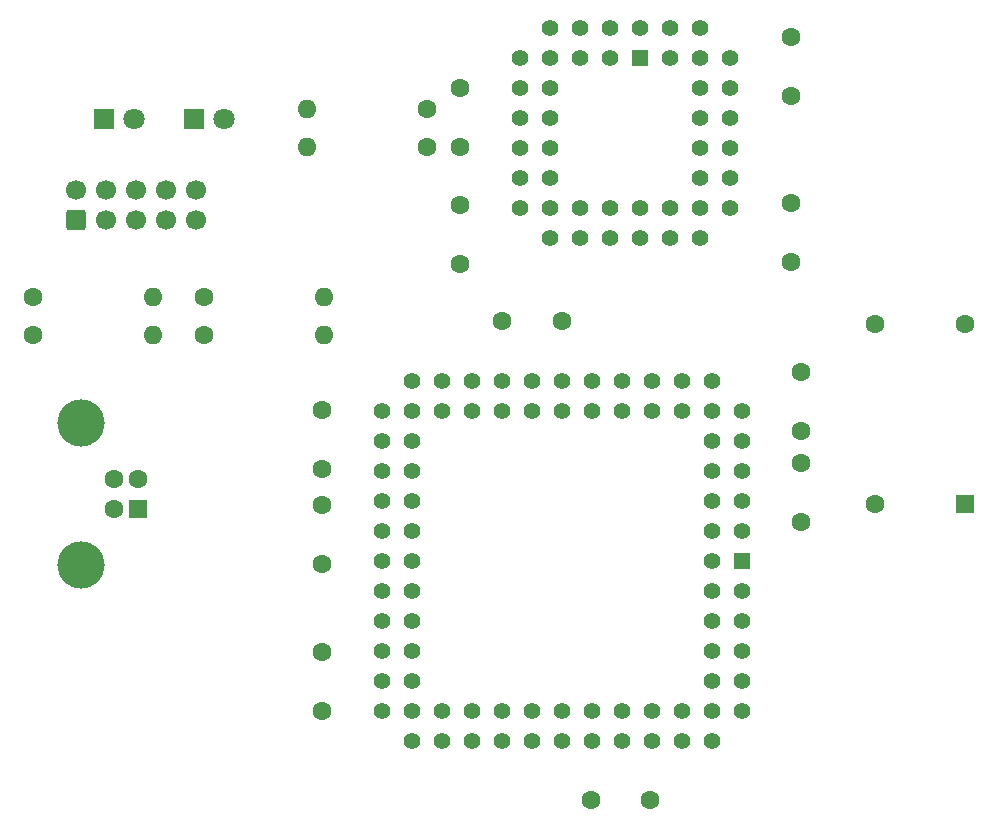
<source format=gbr>
%TF.GenerationSoftware,KiCad,Pcbnew,7.0.5*%
%TF.CreationDate,2024-01-01T15:58:53-07:00*%
%TF.ProjectId,max7000s84 programmer,6d617837-3030-4307-9338-342070726f67,rev?*%
%TF.SameCoordinates,Original*%
%TF.FileFunction,Soldermask,Bot*%
%TF.FilePolarity,Negative*%
%FSLAX46Y46*%
G04 Gerber Fmt 4.6, Leading zero omitted, Abs format (unit mm)*
G04 Created by KiCad (PCBNEW 7.0.5) date 2024-01-01 15:58:53*
%MOMM*%
%LPD*%
G01*
G04 APERTURE LIST*
G04 Aperture macros list*
%AMRoundRect*
0 Rectangle with rounded corners*
0 $1 Rounding radius*
0 $2 $3 $4 $5 $6 $7 $8 $9 X,Y pos of 4 corners*
0 Add a 4 corners polygon primitive as box body*
4,1,4,$2,$3,$4,$5,$6,$7,$8,$9,$2,$3,0*
0 Add four circle primitives for the rounded corners*
1,1,$1+$1,$2,$3*
1,1,$1+$1,$4,$5*
1,1,$1+$1,$6,$7*
1,1,$1+$1,$8,$9*
0 Add four rect primitives between the rounded corners*
20,1,$1+$1,$2,$3,$4,$5,0*
20,1,$1+$1,$4,$5,$6,$7,0*
20,1,$1+$1,$6,$7,$8,$9,0*
20,1,$1+$1,$8,$9,$2,$3,0*%
G04 Aperture macros list end*
%ADD10O,1.600000X1.600000*%
%ADD11C,1.600000*%
%ADD12RoundRect,0.250000X0.600000X-0.600000X0.600000X0.600000X-0.600000X0.600000X-0.600000X-0.600000X0*%
%ADD13C,1.700000*%
%ADD14R,1.600000X1.600000*%
%ADD15C,4.000000*%
%ADD16R,1.422400X1.422400*%
%ADD17C,1.422400*%
%ADD18R,1.800000X1.800000*%
%ADD19C,1.800000*%
G04 APERTURE END LIST*
D10*
%TO.C,R4*%
X95330000Y-78500000D03*
D11*
X85170000Y-78500000D03*
%TD*%
%TO.C,R2*%
X70670000Y-78500000D03*
D10*
X80830000Y-78500000D03*
%TD*%
D11*
%TO.C,R3*%
X85170000Y-75250000D03*
D10*
X95330000Y-75250000D03*
%TD*%
D11*
%TO.C,R1*%
X70670000Y-75250000D03*
D10*
X80830000Y-75250000D03*
%TD*%
D12*
%TO.C,J1*%
X74250000Y-68750000D03*
D13*
X74250000Y-66210000D03*
X76790000Y-68750000D03*
X76790000Y-66210000D03*
X79330000Y-68750000D03*
X79330000Y-66210000D03*
X81870000Y-68750000D03*
X81870000Y-66210000D03*
X84410000Y-68750000D03*
X84410000Y-66210000D03*
%TD*%
D11*
%TO.C,C7*%
X117900000Y-117860000D03*
X122900000Y-117860000D03*
%TD*%
D14*
%TO.C,J2*%
X79537500Y-93200000D03*
D11*
X79537500Y-90700000D03*
X77537500Y-90700000D03*
X77537500Y-93200000D03*
D15*
X74677500Y-97950000D03*
X74677500Y-85950000D03*
%TD*%
D11*
%TO.C,C6*%
X95150000Y-110360000D03*
X95150000Y-105360000D03*
%TD*%
%TO.C,R6*%
X104000000Y-59400000D03*
D10*
X93840000Y-59400000D03*
%TD*%
D11*
%TO.C,R5*%
X104000000Y-62600000D03*
D10*
X93840000Y-62600000D03*
%TD*%
D16*
%TO.C,U2*%
X122070000Y-55050000D03*
D17*
X119530000Y-52510000D03*
X119530000Y-55050000D03*
X116990000Y-52510000D03*
X116990000Y-55050000D03*
X114450000Y-52510000D03*
X111910000Y-55050000D03*
X114450000Y-55050000D03*
X111910000Y-57590000D03*
X114450000Y-57590000D03*
X111910000Y-60130000D03*
X114450000Y-60130000D03*
X111910000Y-62670000D03*
X114450000Y-62670000D03*
X111910000Y-65210000D03*
X114450000Y-65210000D03*
X111910000Y-67750000D03*
X114450000Y-70290000D03*
X114450000Y-67750000D03*
X116990000Y-70290000D03*
X116990000Y-67750000D03*
X119530000Y-70290000D03*
X119530000Y-67750000D03*
X122070000Y-70290000D03*
X122070000Y-67750000D03*
X124610000Y-70290000D03*
X124610000Y-67750000D03*
X127150000Y-70290000D03*
X129690000Y-67750000D03*
X127150000Y-67750000D03*
X129690000Y-65210000D03*
X127150000Y-65210000D03*
X129690000Y-62670000D03*
X127150000Y-62670000D03*
X129690000Y-60130000D03*
X127150000Y-60130000D03*
X129690000Y-57590000D03*
X127150000Y-57590000D03*
X129690000Y-55050000D03*
X127150000Y-52510000D03*
X127150000Y-55050000D03*
X124610000Y-52510000D03*
X124610000Y-55050000D03*
X122070000Y-52510000D03*
%TD*%
D11*
%TO.C,C3*%
X110400000Y-77360000D03*
X115400000Y-77360000D03*
%TD*%
D16*
%TO.C,U1*%
X130640000Y-97600000D03*
D17*
X128100000Y-97600000D03*
X130640000Y-95060000D03*
X128100000Y-95060000D03*
X130640000Y-92520000D03*
X128100000Y-92520000D03*
X130640000Y-89980000D03*
X128100000Y-89980000D03*
X130640000Y-87440000D03*
X128100000Y-87440000D03*
X130640000Y-84900000D03*
X128100000Y-82360000D03*
X128100000Y-84900000D03*
X125560000Y-82360000D03*
X125560000Y-84900000D03*
X123020000Y-82360000D03*
X123020000Y-84900000D03*
X120480000Y-82360000D03*
X120480000Y-84900000D03*
X117940000Y-82360000D03*
X117940000Y-84900000D03*
X115400000Y-82360000D03*
X115400000Y-84900000D03*
X112860000Y-82360000D03*
X112860000Y-84900000D03*
X110320000Y-82360000D03*
X110320000Y-84900000D03*
X107780000Y-82360000D03*
X107780000Y-84900000D03*
X105240000Y-82360000D03*
X105240000Y-84900000D03*
X102700000Y-82360000D03*
X100160000Y-84900000D03*
X102700000Y-84900000D03*
X100160000Y-87440000D03*
X102700000Y-87440000D03*
X100160000Y-89980000D03*
X102700000Y-89980000D03*
X100160000Y-92520000D03*
X102700000Y-92520000D03*
X100160000Y-95060000D03*
X102700000Y-95060000D03*
X100160000Y-97600000D03*
X102700000Y-97600000D03*
X100160000Y-100140000D03*
X102700000Y-100140000D03*
X100160000Y-102680000D03*
X102700000Y-102680000D03*
X100160000Y-105220000D03*
X102700000Y-105220000D03*
X100160000Y-107760000D03*
X102700000Y-107760000D03*
X100160000Y-110300000D03*
X102700000Y-112840000D03*
X102700000Y-110300000D03*
X105240000Y-112840000D03*
X105240000Y-110300000D03*
X107780000Y-112840000D03*
X107780000Y-110300000D03*
X110320000Y-112840000D03*
X110320000Y-110300000D03*
X112860000Y-112840000D03*
X112860000Y-110300000D03*
X115400000Y-112840000D03*
X115400000Y-110300000D03*
X117940000Y-112840000D03*
X117940000Y-110300000D03*
X120480000Y-112840000D03*
X120480000Y-110300000D03*
X123020000Y-112840000D03*
X123020000Y-110300000D03*
X125560000Y-112840000D03*
X125560000Y-110300000D03*
X128100000Y-112840000D03*
X130640000Y-110300000D03*
X128100000Y-110300000D03*
X130640000Y-107760000D03*
X128100000Y-107760000D03*
X130640000Y-105220000D03*
X128100000Y-105220000D03*
X130640000Y-102680000D03*
X128100000Y-102680000D03*
X130640000Y-100140000D03*
X128100000Y-100140000D03*
%TD*%
D11*
%TO.C,C4*%
X95150000Y-89860000D03*
X95150000Y-84860000D03*
%TD*%
D18*
%TO.C,D1*%
X76660000Y-60200000D03*
D19*
X79200000Y-60200000D03*
%TD*%
D18*
%TO.C,D2*%
X84260000Y-60200000D03*
D19*
X86800000Y-60200000D03*
%TD*%
D11*
%TO.C,C1*%
X135650000Y-94360000D03*
X135650000Y-89360000D03*
%TD*%
%TO.C,C5*%
X95150000Y-97860000D03*
X95150000Y-92860000D03*
%TD*%
%TO.C,C11*%
X134800000Y-53300000D03*
X134800000Y-58300000D03*
%TD*%
D14*
%TO.C,X1*%
X149600000Y-92800000D03*
D11*
X149600000Y-77560000D03*
X141980000Y-77560000D03*
X141980000Y-92800000D03*
%TD*%
%TO.C,C8*%
X106800000Y-57600000D03*
X106800000Y-62600000D03*
%TD*%
%TO.C,C9*%
X106800000Y-67500000D03*
X106800000Y-72500000D03*
%TD*%
%TO.C,C2*%
X135650000Y-86610000D03*
X135650000Y-81610000D03*
%TD*%
%TO.C,C10*%
X134800000Y-67300000D03*
X134800000Y-72300000D03*
%TD*%
M02*

</source>
